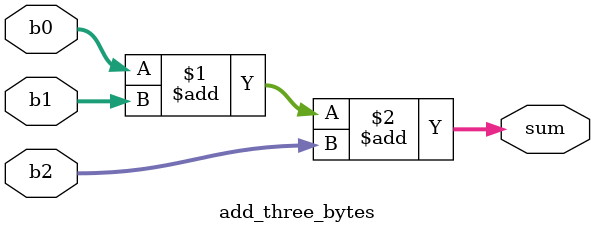
<source format=v>
module add_three_bytes(
	input [7:0] b0,
	input [7:0] b1,
	input [7:0] b2,
	output [9:0] sum
	);

	assign sum = b0 + b1 + b2;
endmodule

</source>
